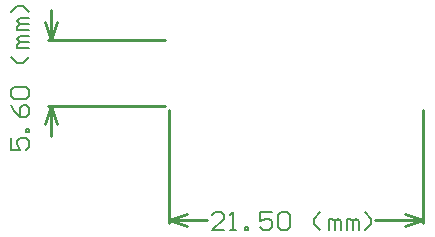
<source format=gm1>
%FSLAX42Y42*%
%MOMM*%
G71*
G01*
G75*
G04 Layer_Color=16711935*
%ADD10C,0.11*%
%ADD11C,0.17*%
%ADD12C,0.14*%
%ADD13C,0.20*%
%ADD14R,1.00X0.82*%
%ADD15R,0.60X0.40*%
%ADD16R,1.70X1.00*%
%ADD17R,0.25X0.50*%
%ADD18R,0.50X0.25*%
%ADD19R,1.50X1.50*%
%ADD20R,0.40X0.40*%
%ADD21R,1.80X4.00*%
%ADD22R,0.70X0.28*%
%ADD23R,0.70X0.40*%
%ADD24C,0.25*%
%ADD25C,0.15*%
%ADD26C,0.35*%
%ADD27R,1.00X1.00*%
%ADD28C,0.25*%
%ADD29C,0.10*%
%ADD30C,0.15*%
%ADD31R,1.04X0.86*%
%ADD32R,0.64X0.44*%
%ADD33R,1.74X1.04*%
%ADD34R,0.29X0.54*%
%ADD35R,0.54X0.29*%
%ADD36R,1.54X1.54*%
%ADD37R,0.44X0.44*%
%ADD38R,1.84X4.04*%
%ADD39R,0.74X0.32*%
%ADD40R,0.74X0.44*%
%ADD41R,1.04X1.04*%
D24*
X4039Y8455D02*
X5032D01*
X4039Y7895D02*
X5032D01*
X4064Y7641D02*
Y7895D01*
Y8455D02*
Y8709D01*
X4013Y7743D02*
X4064Y7895D01*
X4115Y7743D01*
X4064Y8455D02*
X4115Y8607D01*
X4013D02*
X4064Y8455D01*
X7215Y6909D02*
Y7862D01*
X5065Y6909D02*
Y7862D01*
X6813Y6934D02*
X7215D01*
X5065D02*
X5386D01*
X7063Y6985D02*
X7215Y6934D01*
X7063Y6883D02*
X7215Y6934D01*
X5065D02*
X5217Y6883D01*
X5065Y6934D02*
X5217Y6985D01*
X4039Y8455D02*
X5032D01*
X4039Y7895D02*
X5032D01*
X4064Y7641D02*
Y7895D01*
Y8455D02*
Y8709D01*
X4013Y7743D02*
X4064Y7895D01*
X4115Y7743D01*
X4064Y8455D02*
X4115Y8607D01*
X4013D02*
X4064Y8455D01*
X7215Y6909D02*
Y7862D01*
X5065Y6909D02*
Y7862D01*
X6813Y6934D02*
X7215D01*
X5065D02*
X5386D01*
X7063Y6985D02*
X7215Y6934D01*
X7063Y6883D02*
X7215Y6934D01*
X5065D02*
X5217Y6883D01*
X5065Y6934D02*
X5217Y6985D01*
D25*
X3729Y7627D02*
Y7525D01*
X3805D01*
X3780Y7576D01*
Y7601D01*
X3805Y7627D01*
X3856D01*
X3881Y7601D01*
Y7550D01*
X3856Y7525D01*
X3881Y7677D02*
X3856D01*
Y7703D01*
X3881D01*
Y7677D01*
X3729Y7906D02*
X3754Y7855D01*
X3805Y7804D01*
X3856D01*
X3881Y7830D01*
Y7880D01*
X3856Y7906D01*
X3830D01*
X3805Y7880D01*
Y7804D01*
X3754Y7957D02*
X3729Y7982D01*
Y8033D01*
X3754Y8058D01*
X3856D01*
X3881Y8033D01*
Y7982D01*
X3856Y7957D01*
X3754D01*
X3881Y8312D02*
X3830Y8261D01*
X3780D01*
X3729Y8312D01*
X3881Y8388D02*
X3780D01*
Y8414D01*
X3805Y8439D01*
X3881D01*
X3805D01*
X3780Y8464D01*
X3805Y8490D01*
X3881D01*
Y8541D02*
X3780D01*
Y8566D01*
X3805Y8591D01*
X3881D01*
X3805D01*
X3780Y8617D01*
X3805Y8642D01*
X3881D01*
Y8693D02*
X3830Y8744D01*
X3780D01*
X3729Y8693D01*
X5528Y6843D02*
X5426D01*
X5528Y6944D01*
Y6970D01*
X5503Y6995D01*
X5452D01*
X5426Y6970D01*
X5579Y6843D02*
X5630D01*
X5604D01*
Y6995D01*
X5579Y6970D01*
X5706Y6843D02*
Y6868D01*
X5731D01*
Y6843D01*
X5706D01*
X5934Y6995D02*
X5833D01*
Y6919D01*
X5884Y6944D01*
X5909D01*
X5934Y6919D01*
Y6868D01*
X5909Y6843D01*
X5858D01*
X5833Y6868D01*
X5985Y6970D02*
X6010Y6995D01*
X6061D01*
X6087Y6970D01*
Y6868D01*
X6061Y6843D01*
X6010D01*
X5985Y6868D01*
Y6970D01*
X6341Y6843D02*
X6290Y6894D01*
Y6944D01*
X6341Y6995D01*
X6417Y6843D02*
Y6944D01*
X6442D01*
X6468Y6919D01*
Y6843D01*
Y6919D01*
X6493Y6944D01*
X6518Y6919D01*
Y6843D01*
X6569D02*
Y6944D01*
X6594D01*
X6620Y6919D01*
Y6843D01*
Y6919D01*
X6645Y6944D01*
X6671Y6919D01*
Y6843D01*
X6721D02*
X6772Y6894D01*
Y6944D01*
X6721Y6995D01*
X3729Y7627D02*
Y7525D01*
X3805D01*
X3780Y7576D01*
Y7601D01*
X3805Y7627D01*
X3856D01*
X3881Y7601D01*
Y7550D01*
X3856Y7525D01*
X3881Y7677D02*
X3856D01*
Y7703D01*
X3881D01*
Y7677D01*
X3729Y7906D02*
X3754Y7855D01*
X3805Y7804D01*
X3856D01*
X3881Y7830D01*
Y7880D01*
X3856Y7906D01*
X3830D01*
X3805Y7880D01*
Y7804D01*
X3754Y7957D02*
X3729Y7982D01*
Y8033D01*
X3754Y8058D01*
X3856D01*
X3881Y8033D01*
Y7982D01*
X3856Y7957D01*
X3754D01*
X3881Y8312D02*
X3830Y8261D01*
X3780D01*
X3729Y8312D01*
X3881Y8388D02*
X3780D01*
Y8414D01*
X3805Y8439D01*
X3881D01*
X3805D01*
X3780Y8464D01*
X3805Y8490D01*
X3881D01*
Y8541D02*
X3780D01*
Y8566D01*
X3805Y8591D01*
X3881D01*
X3805D01*
X3780Y8617D01*
X3805Y8642D01*
X3881D01*
Y8693D02*
X3830Y8744D01*
X3780D01*
X3729Y8693D01*
X5528Y6843D02*
X5426D01*
X5528Y6944D01*
Y6970D01*
X5503Y6995D01*
X5452D01*
X5426Y6970D01*
X5579Y6843D02*
X5630D01*
X5604D01*
Y6995D01*
X5579Y6970D01*
X5706Y6843D02*
Y6868D01*
X5731D01*
Y6843D01*
X5706D01*
X5934Y6995D02*
X5833D01*
Y6919D01*
X5884Y6944D01*
X5909D01*
X5934Y6919D01*
Y6868D01*
X5909Y6843D01*
X5858D01*
X5833Y6868D01*
X5985Y6970D02*
X6010Y6995D01*
X6061D01*
X6087Y6970D01*
Y6868D01*
X6061Y6843D01*
X6010D01*
X5985Y6868D01*
Y6970D01*
X6341Y6843D02*
X6290Y6894D01*
Y6944D01*
X6341Y6995D01*
X6417Y6843D02*
Y6944D01*
X6442D01*
X6468Y6919D01*
Y6843D01*
Y6919D01*
X6493Y6944D01*
X6518Y6919D01*
Y6843D01*
X6569D02*
Y6944D01*
X6594D01*
X6620Y6919D01*
Y6843D01*
Y6919D01*
X6645Y6944D01*
X6671Y6919D01*
Y6843D01*
X6721D02*
X6772Y6894D01*
Y6944D01*
X6721Y6995D01*
M02*

</source>
